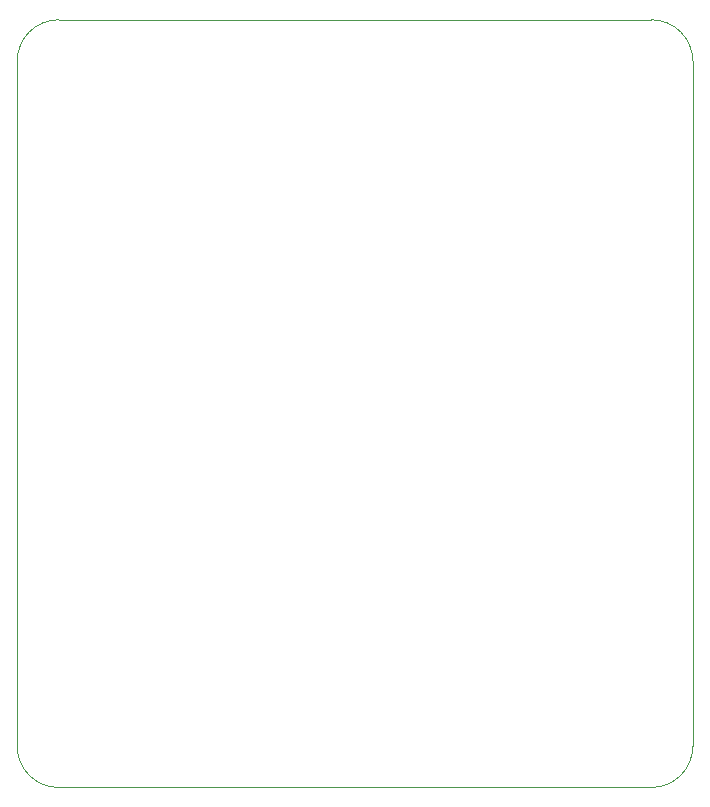
<source format=gbr>
%TF.GenerationSoftware,KiCad,Pcbnew,5.1.5+dfsg1-2build2*%
%TF.CreationDate,2021-10-16T11:12:39+01:00*%
%TF.ProjectId,bluePillG,626c7565-5069-46c6-9c47-2e6b69636164,rev?*%
%TF.SameCoordinates,Original*%
%TF.FileFunction,Profile,NP*%
%FSLAX46Y46*%
G04 Gerber Fmt 4.6, Leading zero omitted, Abs format (unit mm)*
G04 Created by KiCad (PCBNEW 5.1.5+dfsg1-2build2) date 2021-10-16 11:12:39*
%MOMM*%
%LPD*%
G04 APERTURE LIST*
%TA.AperFunction,Profile*%
%ADD10C,0.050000*%
%TD*%
G04 APERTURE END LIST*
D10*
X22901000Y-46900020D02*
X22900000Y-104900000D01*
X80100000Y-104900000D02*
G75*
G02X76600000Y-108400000I-3500000J0D01*
G01*
X26400000Y-108400000D02*
G75*
G02X22900000Y-104900000I0J3500000D01*
G01*
X76600000Y-43400000D02*
X26400000Y-43400000D01*
X76600000Y-43400000D02*
G75*
G02X80100000Y-46900000I0J-3500000D01*
G01*
X22900000Y-46900000D02*
G75*
G02X26400000Y-43400000I3500000J0D01*
G01*
X76600000Y-108400000D02*
X26400000Y-108400000D01*
X80100000Y-104900000D02*
X80100000Y-86000000D01*
X80100000Y-46900000D02*
X80100000Y-86000000D01*
M02*

</source>
